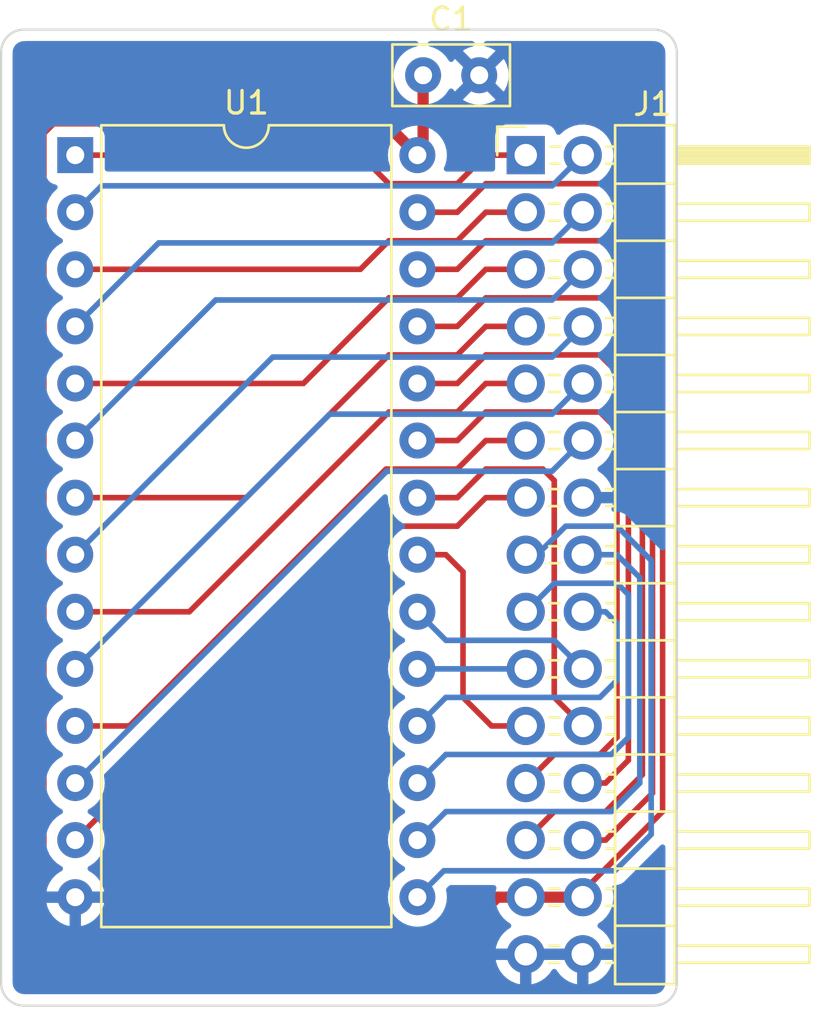
<source format=kicad_pcb>
(kicad_pcb (version 20201116) (generator pcbnew)
  (layers (0 "F.Cu" signal) (31 "B.Cu" signal) (34 "B.Paste" user) (35 "F.Paste" user) (36 "B.SilkS" user "B.Silkscreen") (37 "F.SilkS" user "F.Silkscreen") (38 "B.Mask" user) (39 "F.Mask" user) (44 "Edge.Cuts" user))
  (net 0 "")
  (net 1 "+5V")
  (net 2 "/A13")
  (net 3 "/A8")
  (net 4 "/A9")
  (net 5 "/A11")
  (net 6 "OE")
  (net 7 "/A10")
  (net 8 "CS")
  (net 9 "/D7")
  (net 10 "/D6")
  (net 11 "/D5")
  (net 12 "/D4")
  (net 13 "/D3")
  (net 14 "GND")
  (net 15 "/D2")
  (net 16 "/D1")
  (net 17 "/D0")
  (net 18 "/A0")
  (net 19 "/A1")
  (net 20 "/A2")
  (net 21 "/A3")
  (net 22 "/A4")
  (net 23 "/A5")
  (net 24 "/A6")
  (net 25 "/A7")
  (net 26 "/A12")
  (net 27 "/A14")
  (footprint "Connector_PinHeader_2.54mm:PinHeader_2x15_P2.54mm_Horizontal" (layer "F.Cu") (at 121.92 51.054)
    (fp_text reference "J1" (at 5.655 -2.27) (layer "F.SilkS"))
    (fp_text value "ROM")
    (fp_line (start 3.98 -1.33) (end 3.98 36.89) (layer "F.SilkS") (width 0.12))
    (fp_line (start 6.64 22.48) (end 12.64 22.48) (layer "F.SilkS") (width 0.12))
    (fp_line (start 3.582929 25.78) (end 3.98 25.78) (layer "F.SilkS") (width 0.12))
    (fp_line (start 1.042929 10.54) (end 1.497071 10.54) (layer "F.SilkS") (width 0.12))
    (fp_line (start 3.582929 22.48) (end 3.98 22.48) (layer "F.SilkS") (width 0.12))
    (fp_line (start 12.64 20.7) (end 6.64 20.7) (layer "F.SilkS") (width 0.12))
    (fp_line (start 3.582929 32.64) (end 3.98 32.64) (layer "F.SilkS") (width 0.12))
    (fp_line (start 1.042929 20.7) (end 1.497071 20.7) (layer "F.SilkS") (width 0.12))
    (fp_line (start 3.582929 25.02) (end 3.98 25.02) (layer "F.SilkS") (width 0.12))
    (fp_line (start 1.042929 5.46) (end 1.497071 5.46) (layer "F.SilkS") (width 0.12))
    (fp_line (start 1.042929 35.94) (end 1.497071 35.94) (layer "F.SilkS") (width 0.12))
    (fp_line (start 3.98 1.27) (end 6.64 1.27) (layer "F.SilkS") (width 0.12))
    (fp_line (start 3.98 21.59) (end 6.64 21.59) (layer "F.SilkS") (width 0.12))
    (fp_line (start 1.042929 2.92) (end 1.497071 2.92) (layer "F.SilkS") (width 0.12))
    (fp_line (start 12.64 32.64) (end 12.64 33.4) (layer "F.SilkS") (width 0.12))
    (fp_line (start 12.64 30.86) (end 6.64 30.86) (layer "F.SilkS") (width 0.12))
    (fp_line (start 3.98 13.97) (end 6.64 13.97) (layer "F.SilkS") (width 0.12))
    (fp_line (start 12.64 28.32) (end 6.64 28.32) (layer "F.SilkS") (width 0.12))
    (fp_line (start 3.98 16.51) (end 6.64 16.51) (layer "F.SilkS") (width 0.12))
    (fp_line (start 3.582929 28.32) (end 3.98 28.32) (layer "F.SilkS") (width 0.12))
    (fp_line (start 3.582929 9.78) (end 3.98 9.78) (layer "F.SilkS") (width 0.12))
    (fp_line (start 6.64 0.28) (end 12.64 0.28) (layer "F.SilkS") (width 0.12))
    (fp_line (start 6.64 32.64) (end 12.64 32.64) (layer "F.SilkS") (width 0.12))
    (fp_line (start -1.27 -1.27) (end 0 -1.27) (layer "F.SilkS") (width 0.12))
    (fp_line (start 1.042929 2.16) (end 1.497071 2.16) (layer "F.SilkS") (width 0.12))
    (fp_line (start 6.64 -1.33) (end 3.98 -1.33) (layer "F.SilkS") (width 0.12))
    (fp_line (start 3.582929 0.38) (end 3.98 0.38) (layer "F.SilkS") (width 0.12))
    (fp_line (start 3.582929 19.94) (end 3.98 19.94) (layer "F.SilkS") (width 0.12))
    (fp_line (start 1.042929 17.4) (end 1.497071 17.4) (layer "F.SilkS") (width 0.12))
    (fp_line (start 1.042929 23.24) (end 1.497071 23.24) (layer "F.SilkS") (width 0.12))
    (fp_line (start 1.042929 19.94) (end 1.497071 19.94) (layer "F.SilkS") (width 0.12))
    (fp_line (start 1.042929 30.86) (end 1.497071 30.86) (layer "F.SilkS") (width 0.12))
    (fp_line (start 1.042929 12.32) (end 1.497071 12.32) (layer "F.SilkS") (width 0.12))
    (fp_line (start 12.64 27.56) (end 12.64 28.32) (layer "F.SilkS") (width 0.12))
    (fp_line (start 12.64 17.4) (end 12.64 18.16) (layer "F.SilkS") (width 0.12))
    (fp_line (start 3.582929 30.86) (end 3.98 30.86) (layer "F.SilkS") (width 0.12))
    (fp_line (start 1.042929 25.78) (end 1.497071 25.78) (layer "F.SilkS") (width 0.12))
    (fp_line (start 6.64 9.78) (end 12.64 9.78) (layer "F.SilkS") (width 0.12))
    (fp_line (start 1.11 -0.38) (end 1.497071 -0.38) (layer "F.SilkS") (width 0.12))
    (fp_line (start 1.042929 7.24) (end 1.497071 7.24) (layer "F.SilkS") (width 0.12))
    (fp_line (start 6.64 36.89) (end 6.64 -1.33) (layer "F.SilkS") (width 0.12))
    (fp_line (start 3.98 36.89) (end 6.64 36.89) (layer "F.SilkS") (width 0.12))
    (fp_line (start 12.64 25.02) (end 12.64 25.78) (layer "F.SilkS") (width 0.12))
    (fp_line (start 6.64 12.32) (end 12.64 12.32) (layer "F.SilkS") (width 0.12))
    (fp_line (start 12.64 14.86) (end 12.64 15.62) (layer "F.SilkS") (width 0.12))
    (fp_line (start 12.64 13.08) (end 6.64 13.08) (layer "F.SilkS") (width 0.12))
    (fp_line (start 3.582929 -0.38) (end 3.98 -0.38) (layer "F.SilkS") (width 0.12))
    (fp_line (start 12.64 25.78) (end 6.64 25.78) (layer "F.SilkS") (width 0.12))
    (fp_line (start 6.64 19.94) (end 12.64 19.94) (layer "F.SilkS") (width 0.12))
    (fp_line (start 12.64 5.46) (end 6.64 5.46) (layer "F.SilkS") (width 0.12))
    (fp_line (start 1.042929 30.1) (end 1.497071 30.1) (layer "F.SilkS") (width 0.12))
    (fp_line (start 3.582929 8) (end 3.98 8) (layer "F.SilkS") (width 0.12))
    (fp_line (start 6.64 14.86) (end 12.64 14.86) (layer "F.SilkS") (width 0.12))
    (fp_line (start 1.042929 28.32) (end 1.497071 28.32) (layer "F.SilkS") (width 0.12))
    (fp_line (start 12.64 7.24) (end 12.64 8) (layer "F.SilkS") (width 0.12))
    (fp_line (start 12.64 18.16) (end 6.64 18.16) (layer "F.SilkS") (width 0.12))
    (fp_line (start 3.98 31.75) (end 6.64 31.75) (layer "F.SilkS") (width 0.12))
    (fp_line (start 6.64 0.16) (end 12.64 0.16) (layer "F.SilkS") (width 0.12))
    (fp_line (start 1.042929 33.4) (end 1.497071 33.4) (layer "F.SilkS") (width 0.12))
    (fp_line (start 3.582929 7.24) (end 3.98 7.24) (layer "F.SilkS") (width 0.12))
    (fp_line (start 3.582929 18.16) (end 3.98 18.16) (layer "F.SilkS") (width 0.12))
    (fp_line (start 3.98 26.67) (end 6.64 26.67) (layer "F.SilkS") (width 0.12))
    (fp_line (start 6.64 -0.2) (end 12.64 -0.2) (layer "F.SilkS") (width 0.12))
    (fp_line (start 1.042929 18.16) (end 1.497071 18.16) (layer "F.SilkS") (width 0.12))
    (fp_line (start 3.98 19.05) (end 6.64 19.05) (layer "F.SilkS") (width 0.12))
    (fp_line (start 1.042929 32.64) (end 1.497071 32.64) (layer "F.SilkS") (width 0.12))
    (fp_line (start 6.64 -0.38) (end 12.64 -0.38) (layer "F.SilkS") (width 0.12))
    (fp_line (start 1.042929 9.78) (end 1.497071 9.78) (layer "F.SilkS") (width 0.12))
    (fp_line (start -1.27 0) (end -1.27 -1.27) (layer "F.SilkS") (width 0.12))
    (fp_line (start 3.98 24.13) (end 6.64 24.13) (layer "F.SilkS") (width 0.12))
    (fp_line (start 12.64 10.54) (end 6.64 10.54) (layer "F.SilkS") (width 0.12))
    (fp_line (start 1.042929 27.56) (end 1.497071 27.56) (layer "F.SilkS") (width 0.12))
    (fp_line (start 1.042929 35.18) (end 1.497071 35.18) (layer "F.SilkS") (width 0.12))
    (fp_line (start 12.64 9.78) (end 12.64 10.54) (layer "F.SilkS") (width 0.12))
    (fp_line (start 3.98 6.35) (end 6.64 6.35) (layer "F.SilkS") (width 0.12))
    (fp_line (start 3.582929 15.62) (end 3.98 15.62) (layer "F.SilkS") (width 0.12))
    (fp_line (start 12.64 22.48) (end 12.64 23.24) (layer "F.SilkS") (width 0.12))
    (fp_line (start 3.98 8.89) (end 6.64 8.89) (layer "F.SilkS") (width 0.12))
    (fp_line (start 3.582929 4.7) (end 3.98 4.7) (layer "F.SilkS") (width 0.12))
    (fp_line (start 3.582929 23.24) (end 3.98 23.24) (layer "F.SilkS") (width 0.12))
    (fp_line (start 1.042929 25.02) (end 1.497071 25.02) (layer "F.SilkS") (width 0.12))
    (fp_line (start 6.64 17.4) (end 12.64 17.4) (layer "F.SilkS") (width 0.12))
    (fp_line (start 3.582929 27.56) (end 3.98 27.56) (layer "F.SilkS") (width 0.12))
    (fp_line (start 6.64 -0.32) (end 12.64 -0.32) (layer "F.SilkS") (width 0.12))
    (fp_line (start 1.042929 15.62) (end 1.497071 15.62) (layer "F.SilkS") (width 0.12))
    (fp_line (start 3.582929 2.92) (end 3.98 2.92) (layer "F.SilkS") (width 0.12))
    (fp_line (start 12.64 2.16) (end 12.64 2.92) (layer "F.SilkS") (width 0.12))
    (fp_line (start 3.98 11.43) (end 6.64 11.43) (layer "F.SilkS") (width 0.12))
    (fp_line (start 1.11 0.38) (end 1.497071 0.38) (layer "F.SilkS") (width 0.12))
    (fp_line (start 6.64 4.7) (end 12.64 4.7) (layer "F.SilkS") (width 0.12))
    (fp_line (start 12.64 2.92) (end 6.64 2.92) (layer "F.SilkS") (width 0.12))
    (fp_line (start 6.64 27.56) (end 12.64 27.56) (layer "F.SilkS") (width 0.12))
    (fp_line (start 3.582929 5.46) (end 3.98 5.46) (layer "F.SilkS") (width 0.12))
    (fp_line (start 3.582929 33.4) (end 3.98 33.4) (layer "F.SilkS") (width 0.12))
    (fp_line (start 1.042929 22.48) (end 1.497071 22.48) (layer "F.SilkS") (width 0.12))
    (fp_line (start 12.64 35.18) (end 12.64 35.94) (layer "F.SilkS") (width 0.12))
    (fp_line (start 12.64 -0.38) (end 12.64 0.38) (layer "F.SilkS") (width 0.12))
    (fp_line (start 6.64 7.24) (end 12.64 7.24) (layer "F.SilkS") (width 0.12))
    (fp_line (start 3.582929 20.7) (end 3.98 20.7) (layer "F.SilkS") (width 0.12))
    (fp_line (start 6.64 2.16) (end 12.64 2.16) (layer "F.SilkS") (width 0.12))
    (fp_line (start 6.64 35.18) (end 12.64 35.18) (layer "F.SilkS") (width 0.12))
    (fp_line (start 12.64 8) (end 6.64 8) (layer "F.SilkS") (width 0.12))
    (fp_line (start 3.582929 14.86) (end 3.98 14.86) (layer "F.SilkS") (width 0.12))
    (fp_line (start 3.582929 35.18) (end 3.98 35.18) (layer "F.SilkS") (width 0.12))
    (fp_line (start 3.582929 10.54) (end 3.98 10.54) (layer "F.SilkS") (width 0.12))
    (fp_line (start 3.582929 12.32) (end 3.98 12.32) (layer "F.SilkS") (width 0.12))
    (fp_line (start 3.582929 30.1) (end 3.98 30.1) (layer "F.SilkS") (width 0.12))
    (fp_line (start 12.64 33.4) (end 6.64 33.4) (layer "F.SilkS") (width 0.12))
    (fp_line (start 12.64 19.94) (end 12.64 20.7) (layer "F.SilkS") (width 0.12))
    (fp_line (start 1.042929 13.08) (end 1.497071 13.08) (layer "F.SilkS") (width 0.12))
    (fp_line (start 3.582929 17.4) (end 3.98 17.4) (layer "F.SilkS") (width 0.12))
    (fp_line (start 3.582929 35.94) (end 3.98 35.94) (layer "F.SilkS") (width 0.12))
    (fp_line (start 12.64 23.24) (end 6.64 23.24) (layer "F.SilkS") (width 0.12))
    (fp_line (start 12.64 30.1) (end 12.64 30.86) (layer "F.SilkS") (width 0.12))
    (fp_line (start 3.98 29.21) (end 6.64 29.21) (layer "F.SilkS") (width 0.12))
    (fp_line (start 6.64 25.02) (end 12.64 25.02) (layer "F.SilkS") (width 0.12))
    (fp_line (start 12.64 35.94) (end 6.64 35.94) (layer "F.SilkS") (width 0.12))
    (fp_line (start 3.98 3.81) (end 6.64 3.81) (layer "F.SilkS") (width 0.12))
    (fp_line (start 1.042929 8) (end 1.497071 8) (layer "F.SilkS") (width 0.12))
    (fp_line (start 1.042929 14.86) (end 1.497071 14.86) (layer "F.SilkS") (width 0.12))
    (fp_line (start 6.64 0.04) (end 12.64 0.04) (layer "F.SilkS") (width 0.12))
    (fp_line (start 12.64 12.32) (end 12.64 13.08) (layer "F.SilkS") (width 0.12))
    (fp_line (start 3.582929 13.08) (end 3.98 13.08) (layer "F.SilkS") (width 0.12))
    (fp_line (start 6.64 30.1) (end 12.64 30.1) (layer "F.SilkS") (width 0.12))
    (fp_line (start 3.98 34.29) (end 6.64 34.29) (layer "F.SilkS") (width 0.12))
    (fp_line (start 3.582929 2.16) (end 3.98 2.16) (layer "F.SilkS") (width 0.12))
    (fp_line (start 12.64 15.62) (end 6.64 15.62) (layer "F.SilkS") (width 0.12))
    (fp_line (start 1.042929 4.7) (end 1.497071 4.7) (layer "F.SilkS") (width 0.12))
    (fp_line (start 12.64 4.7) (end 12.64 5.46) (layer "F.SilkS") (width 0.12))
    (fp_line (start 12.64 0.38) (end 6.64 0.38) (layer "F.SilkS") (width 0.12))
    (fp_line (start 6.64 -0.08) (end 12.64 -0.08) (layer "F.SilkS") (width 0.12))
    (pad "1" thru_hole rect (at 0 0) (size 1.7 1.7) (drill 1) (layers *.Cu *.Mask) (net 27 "/A14"))
    (pad "2" thru_hole oval (at 2.54 0) (size 1.7 1.7) (drill 1) (layers *.Cu *.Mask) (net 26 "/A12"))
    (pad "3" thru_hole oval (at 0 2.54) (size 1.7 1.7) (drill 1) (layers *.Cu *.Mask) (net 25 "/A7"))
    (pad "4" thru_hole oval (at 2.54 2.54) (size 1.7 1.7) (drill 1) (layers *.Cu *.Mask) (net 24 "/A6"))
    (pad "5" thru_hole oval (at 0 5.08) (size 1.7 1.7) (drill 1) (layers *.Cu *.Mask) (net 23 "/A5"))
    (pad "6" thru_hole oval (at 2.54 5.08) (size 1.7 1.7) (drill 1) (layers *.Cu *.Mask) (net 22 "/A4"))
    (pad "7" thru_hole oval (at 0 7.62) (size 1.7 1.7) (drill 1) (layers *.Cu *.Mask) (net 21 "/A3"))
    (pad "8" thru_hole oval (at 2.54 7.62) (size 1.7 1.7) (drill 1) (layers *.Cu *.Mask) (net 20 "/A2"))
    (pad "9" thru_hole oval (at 0 10.16) (size 1.7 1.7) (drill 1) (layers *.Cu *.Mask) (net 19 "/A1"))
    (pad "10" thru_hole oval (at 2.54 10.16) (size 1.7 1.7) (drill 1) (layers *.Cu *.Mask) (net 18 "/A0"))
    (pad "11" thru_hole oval (at 0 12.7) (size 1.7 1.7) (drill 1) (layers *.Cu *.Mask) (net 17 "/D0"))
    (pad "12" thru_hole oval (at 2.54 12.7) (size 1.7 1.7) (drill 1) (layers *.Cu *.Mask) (net 16 "/D1"))
    (pad "13" thru_hole oval (at 0 15.24) (size 1.7 1.7) (drill 1) (layers *.Cu *.Mask) (net 15 "/D2"))
    (pad "14" thru_hole oval (at 2.54 15.24) (size 1.7 1.7) (drill 1) (layers *.Cu *.Mask) (net 14 "GND"))
    (pad "15" thru_hole oval (at 0 17.78) (size 1.7 1.7) (drill 1) (layers *.Cu *.Mask) (net 13 "/D3"))
    (pad "16" thru_hole oval (at 2.54 17.78) (size 1.7 1.7) (drill 1) (layers *.Cu *.Mask) (net 12 "/D4"))
    (pad "17" thru_hole oval (at 0 20.32) (size 1.7 1.7) (drill 1) (layers *.Cu *.Mask) (net 11 "/D5"))
    (pad "18" thru_hole oval (at 2.54 20.32) (size 1.7 1.7) (drill 1) (layers *.Cu *.Mask) (net 10 "/D6"))
    (pad "19" thru_hole oval (at 0 22.86) (size 1.7 1.7) (drill 1) (layers *.Cu *.Mask) (net 9 "/D7"))
    (pad "20" thru_hole oval (at 2.54 22.86) (size 1.7 1.7) (drill 1) (layers *.Cu *.Mask) (net 8 "CS"))
    (pad "21" thru_hole oval (at 0 25.4) (size 1.7 1.7) (drill 1) (layers *.Cu *.Mask) (net 7 "/A10"))
    (pad "22" thru_hole oval (at 2.54 25.4) (size 1.7 1.7) (drill 1) (layers *.Cu *.Mask) (net 6 "OE"))
    (pad "23" thru_hole oval (at 0 27.94) (size 1.7 1.7) (drill 1) (layers *.Cu *.Mask) (net 5 "/A11"))
    (pad "24" thru_hole oval (at 2.54 27.94) (size 1.7 1.7) (drill 1) (layers *.Cu *.Mask) (net 4 "/A9"))
    (pad "25" thru_hole oval (at 0 30.48) (size 1.7 1.7) (drill 1) (layers *.Cu *.Mask) (net 3 "/A8"))
    (pad "26" thru_hole oval (at 2.54 30.48) (size 1.7 1.7) (drill 1) (layers *.Cu *.Mask) (net 2 "/A13"))
    (pad "27" thru_hole oval (at 0 33.02) (size 1.7 1.7) (drill 1) (layers *.Cu *.Mask) (net 1 "+5V"))
    (pad "28" thru_hole oval (at 2.54 33.02) (size 1.7 1.7) (drill 1) (layers *.Cu *.Mask) (net 1 "+5V"))
    (pad "29" thru_hole oval (at 0 35.56) (size 1.7 1.7) (drill 1) (layers *.Cu *.Mask) (net 14 "GND"))
    (pad "30" thru_hole oval (at 2.54 35.56) (size 1.7 1.7) (drill 1) (layers *.Cu *.Mask) (net 14 "GND"))
  )
  (footprint "Capacitor_THT:C_Disc_D5.0mm_W2.5mm_P2.50mm" (layer "F.Cu") (at 117.348 47.498)
    (fp_text reference "C1" (at 1.25 -2.5) (layer "F.SilkS"))
    (fp_text value "100nF")
    (fp_line (start -1.37 -1.37) (end -1.37 1.37) (layer "F.SilkS") (width 0.12))
    (fp_line (start -1.37 -1.37) (end 3.87 -1.37) (layer "F.SilkS") (width 0.12))
    (fp_line (start 3.87 -1.37) (end 3.87 1.37) (layer "F.SilkS") (width 0.12))
    (fp_line (start -1.37 1.37) (end 3.87 1.37) (layer "F.SilkS") (width 0.12))
    (pad "1" thru_hole circle (at 0 0) (size 1.6 1.6) (drill 0.8) (layers *.Cu *.Mask) (net 1 "+5V"))
    (pad "2" thru_hole circle (at 2.5 0) (size 1.6 1.6) (drill 0.8) (layers *.Cu *.Mask) (net 14 "GND"))
  )
  (footprint "Package_DIP:DIP-28_W15.24mm" (layer "F.Cu") (at 101.854 51.054)
    (fp_text reference "U1" (at 7.62 -2.33) (layer "F.SilkS"))
    (fp_text value "28C256")
    (fp_line (start 14.08 -1.33) (end 8.62 -1.33) (layer "F.SilkS") (width 0.12))
    (fp_line (start 1.16 34.35) (end 14.08 34.35) (layer "F.SilkS") (width 0.12))
    (fp_line (start 1.16 -1.33) (end 1.16 34.35) (layer "F.SilkS") (width 0.12))
    (fp_line (start 6.62 -1.33) (end 1.16 -1.33) (layer "F.SilkS") (width 0.12))
    (fp_line (start 14.08 34.35) (end 14.08 -1.33) (layer "F.SilkS") (width 0.12))
    (fp_arc (start 7.62 -1.33) (end 6.62 -1.33) (angle -180) (layer "F.SilkS") (width 0.12))
    (pad "1" thru_hole rect (at 0 0) (size 1.6 1.6) (drill 0.8) (layers *.Cu *.Mask) (net 27 "/A14"))
    (pad "2" thru_hole oval (at 0 2.54) (size 1.6 1.6) (drill 0.8) (layers *.Cu *.Mask) (net 26 "/A12"))
    (pad "3" thru_hole oval (at 0 5.08) (size 1.6 1.6) (drill 0.8) (layers *.Cu *.Mask) (net 25 "/A7"))
    (pad "4" thru_hole oval (at 0 7.62) (size 1.6 1.6) (drill 0.8) (layers *.Cu *.Mask) (net 24 "/A6"))
    (pad "5" thru_hole oval (at 0 10.16) (size 1.6 1.6) (drill 0.8) (layers *.Cu *.Mask) (net 23 "/A5"))
    (pad "6" thru_hole oval (at 0 12.7) (size 1.6 1.6) (drill 0.8) (layers *.Cu *.Mask) (net 22 "/A4"))
    (pad "7" thru_hole oval (at 0 15.24) (size 1.6 1.6) (drill 0.8) (layers *.Cu *.Mask) (net 21 "/A3"))
    (pad "8" thru_hole oval (at 0 17.78) (size 1.6 1.6) (drill 0.8) (layers *.Cu *.Mask) (net 20 "/A2"))
    (pad "9" thru_hole oval (at 0 20.32) (size 1.6 1.6) (drill 0.8) (layers *.Cu *.Mask) (net 19 "/A1"))
    (pad "10" thru_hole oval (at 0 22.86) (size 1.6 1.6) (drill 0.8) (layers *.Cu *.Mask) (net 18 "/A0"))
    (pad "11" thru_hole oval (at 0 25.4) (size 1.6 1.6) (drill 0.8) (layers *.Cu *.Mask) (net 17 "/D0"))
    (pad "12" thru_hole oval (at 0 27.94) (size 1.6 1.6) (drill 0.8) (layers *.Cu *.Mask) (net 16 "/D1"))
    (pad "13" thru_hole oval (at 0 30.48) (size 1.6 1.6) (drill 0.8) (layers *.Cu *.Mask) (net 15 "/D2"))
    (pad "14" thru_hole oval (at 0 33.02) (size 1.6 1.6) (drill 0.8) (layers *.Cu *.Mask) (net 14 "GND"))
    (pad "15" thru_hole oval (at 15.24 33.02) (size 1.6 1.6) (drill 0.8) (layers *.Cu *.Mask) (net 13 "/D3"))
    (pad "16" thru_hole oval (at 15.24 30.48) (size 1.6 1.6) (drill 0.8) (layers *.Cu *.Mask) (net 12 "/D4"))
    (pad "17" thru_hole oval (at 15.24 27.94) (size 1.6 1.6) (drill 0.8) (layers *.Cu *.Mask) (net 11 "/D5"))
    (pad "18" thru_hole oval (at 15.24 25.4) (size 1.6 1.6) (drill 0.8) (layers *.Cu *.Mask) (net 10 "/D6"))
    (pad "19" thru_hole oval (at 15.24 22.86) (size 1.6 1.6) (drill 0.8) (layers *.Cu *.Mask) (net 9 "/D7"))
    (pad "20" thru_hole oval (at 15.24 20.32) (size 1.6 1.6) (drill 0.8) (layers *.Cu *.Mask) (net 8 "CS"))
    (pad "21" thru_hole oval (at 15.24 17.78) (size 1.6 1.6) (drill 0.8) (layers *.Cu *.Mask) (net 7 "/A10"))
    (pad "22" thru_hole oval (at 15.24 15.24) (size 1.6 1.6) (drill 0.8) (layers *.Cu *.Mask) (net 6 "OE"))
    (pad "23" thru_hole oval (at 15.24 12.7) (size 1.6 1.6) (drill 0.8) (layers *.Cu *.Mask) (net 5 "/A11"))
    (pad "24" thru_hole oval (at 15.24 10.16) (size 1.6 1.6) (drill 0.8) (layers *.Cu *.Mask) (net 4 "/A9"))
    (pad "25" thru_hole oval (at 15.24 7.62) (size 1.6 1.6) (drill 0.8) (layers *.Cu *.Mask) (net 3 "/A8"))
    (pad "26" thru_hole oval (at 15.24 5.08) (size 1.6 1.6) (drill 0.8) (layers *.Cu *.Mask) (net 2 "/A13"))
    (pad "27" thru_hole oval (at 15.24 2.54) (size 1.6 1.6) (drill 0.8) (layers *.Cu *.Mask) (net 1 "+5V"))
    (pad "28" thru_hole oval (at 15.24 0) (size 1.6 1.6) (drill 0.8) (layers *.Cu *.Mask) (net 1 "+5V"))
  )
  (gr_line (start 128.651 46.482) (end 128.651 87.884) (layer "Edge.Cuts") (width 0.1))
  (gr_arc (start 99.568 46.482) (end 99.568 45.466) (angle -90) (layer "Edge.Cuts") (width 0.1))
  (gr_line (start 127.635 88.9) (end 99.568 88.9) (layer "Edge.Cuts") (width 0.1))
  (gr_arc (start 127.635 46.482) (end 128.651 46.482) (angle -90) (layer "Edge.Cuts") (width 0.1))
  (gr_arc (start 127.635 87.884) (end 127.635 88.9) (angle -90) (layer "Edge.Cuts") (width 0.1))
  (gr_arc (start 99.568 87.884) (end 98.552 87.884) (angle -90) (layer "Edge.Cuts") (width 0.1))
  (gr_line (start 99.568 45.466) (end 127.635 45.466) (layer "Edge.Cuts") (width 0.1))
  (gr_line (start 98.552 87.884) (end 98.552 46.482) (layer "Edge.Cuts") (width 0.1))
  (segment (start 100.838 49.53) (end 100.33 50.038) (width 0.5) (layer "F.Cu") (net 1))
  (segment (start 120.65 84.074) (end 121.92 84.074) (width 0.5) (layer "F.Cu") (net 1))
  (segment (start 118.872 53.594) (end 120.142 52.324) (width 0.25) (layer "F.Cu") (net 1))
  (segment (start 127.508 52.324) (end 128.016 52.832) (width 0.25) (layer "F.Cu") (net 1))
  (segment (start 128.016 52.832) (end 128.016 80.264) (width 0.25) (layer "F.Cu") (net 1))
  (segment (start 101.092 85.852) (end 118.872 85.852) (width 0.5) (layer "F.Cu") (net 1))
  (segment (start 115.57 49.53) (end 100.838 49.53) (width 0.5) (layer "F.Cu") (net 1))
  (segment (start 128.016 80.264) (end 127.762 80.518) (width 0.25) (layer "F.Cu") (net 1))
  (segment (start 117.348 47.498) (end 117.348 50.8) (width 0.5) (layer "F.Cu") (net 1))
  (segment (start 100.33 50.038) (end 100.33 85.09) (width 0.5) (layer "F.Cu") (net 1))
  (segment (start 127.762 80.518) (end 125.476 82.804) (width 0.25) (layer "F.Cu") (net 1))
  (segment (start 117.094 51.054) (end 115.57 49.53) (width 0.5) (layer "F.Cu") (net 1))
  (segment (start 124.46 84.074) (end 124.46 83.82) (width 0.25) (layer "F.Cu") (net 1))
  (segment (start 120.142 52.324) (end 127.508 52.324) (width 0.25) (layer "F.Cu") (net 1))
  (segment (start 118.872 85.852) (end 120.65 84.074) (width 0.5) (layer "F.Cu") (net 1))
  (segment (start 100.33 85.09) (end 101.092 85.852) (width 0.5) (layer "F.Cu") (net 1))
  (segment (start 117.348 50.8) (end 117.094 51.054) (width 0.5) (layer "F.Cu") (net 1))
  (segment (start 124.46 84.074) (end 121.92 84.074) (width 0.5) (layer "F.Cu") (net 1))
  (segment (start 124.46 83.82) (end 127.762 80.518) (width 0.25) (layer "F.Cu") (net 1))
  (segment (start 117.094 53.594) (end 118.872 53.594) (width 0.25) (layer "F.Cu") (net 1))
  (segment (start 120.142 54.864) (end 125.984 54.864) (width 0.25) (layer "F.Cu") (net 2))
  (segment (start 125.476 81.534) (end 124.46 81.534) (width 0.25) (layer "F.Cu") (net 2))
  (segment (start 125.984 54.864) (end 127.56599 56.44599) (width 0.25) (layer "F.Cu") (net 2))
  (segment (start 127.56599 56.44599) (end 127.56599 79.44401) (width 0.25) (layer "F.Cu") (net 2))
  (segment (start 127.56599 79.44401) (end 125.476 81.534) (width 0.25) (layer "F.Cu") (net 2))
  (segment (start 117.094 56.134) (end 118.872 56.134) (width 0.25) (layer "F.Cu") (net 2))
  (segment (start 118.872 56.134) (end 120.142 54.864) (width 0.25) (layer "F.Cu") (net 2))
  (segment (start 123.19 80.264) (end 121.92 81.534) (width 0.25) (layer "F.Cu") (net 3))
  (segment (start 120.142 57.404) (end 125.984 57.404) (width 0.25) (layer "F.Cu") (net 3))
  (segment (start 127.11598 58.53598) (end 127.11598 78.62402) (width 0.25) (layer "F.Cu") (net 3))
  (segment (start 125.476 80.264) (end 123.19 80.264) (width 0.25) (layer "F.Cu") (net 3))
  (segment (start 125.984 57.404) (end 127.11598 58.53598) (width 0.25) (layer "F.Cu") (net 3))
  (segment (start 127.11598 78.62402) (end 125.476 80.264) (width 0.25) (layer "F.Cu") (net 3))
  (segment (start 117.094 58.674) (end 118.872 58.674) (width 0.25) (layer "F.Cu") (net 3))
  (segment (start 118.872 58.674) (end 120.142 57.404) (width 0.25) (layer "F.Cu") (net 3))
  (segment (start 125.222 59.944) (end 126.492 61.214) (width 0.25) (layer "F.Cu") (net 4))
  (segment (start 117.094 61.214) (end 118.872 61.214) (width 0.25) (layer "F.Cu") (net 4))
  (segment (start 125.476 78.994) (end 124.46 78.994) (width 0.25) (layer "F.Cu") (net 4))
  (segment (start 120.142 59.944) (end 125.222 59.944) (width 0.25) (layer "F.Cu") (net 4))
  (segment (start 118.872 61.214) (end 120.142 59.944) (width 0.25) (layer "F.Cu") (net 4))
  (segment (start 126.492 61.214) (end 126.492 77.978) (width 0.25) (layer "F.Cu") (net 4))
  (segment (start 126.492 77.978) (end 125.476 78.994) (width 0.25) (layer "F.Cu") (net 4))
  (segment (start 125.984 63.246) (end 125.222 62.484) (width 0.25) (layer "F.Cu") (net 5))
  (segment (start 123.19 77.724) (end 125.222 77.724) (width 0.25) (layer "F.Cu") (net 5))
  (segment (start 125.222 62.484) (end 120.142 62.484) (width 0.25) (layer "F.Cu") (net 5))
  (segment (start 118.872 63.754) (end 117.094 63.754) (width 0.25) (layer "F.Cu") (net 5))
  (segment (start 125.984 76.962) (end 125.984 63.246) (width 0.25) (layer "F.Cu") (net 5))
  (segment (start 121.92 78.994) (end 123.19 77.724) (width 0.25) (layer "F.Cu") (net 5))
  (segment (start 125.222 77.724) (end 125.984 76.962) (width 0.25) (layer "F.Cu") (net 5))
  (segment (start 120.142 62.484) (end 118.872 63.754) (width 0.25) (layer "F.Cu") (net 5))
  (segment (start 123.19 65.532) (end 123.19 75.184) (width 0.25) (layer "F.Cu") (net 6))
  (segment (start 122.682 65.024) (end 123.19 65.532) (width 0.25) (layer "F.Cu") (net 6))
  (segment (start 117.094 66.294) (end 118.872 66.294) (width 0.25) (layer "F.Cu") (net 6))
  (segment (start 120.142 65.024) (end 122.682 65.024) (width 0.25) (layer "F.Cu") (net 6))
  (segment (start 118.872 66.294) (end 120.142 65.024) (width 0.25) (layer "F.Cu") (net 6))
  (segment (start 123.19 75.184) (end 124.46 76.454) (width 0.25) (layer "F.Cu") (net 6))
  (segment (start 117.094 68.834) (end 118.364 68.834) (width 0.25) (layer "F.Cu") (net 7))
  (segment (start 119.126 69.596) (end 119.126 75.184) (width 0.25) (layer "F.Cu") (net 7))
  (segment (start 118.364 68.834) (end 119.126 69.596) (width 0.25) (layer "F.Cu") (net 7))
  (segment (start 119.126 75.184) (end 120.396 76.454) (width 0.25) (layer "F.Cu") (net 7))
  (segment (start 120.396 76.454) (end 121.92 76.454) (width 0.25) (layer "F.Cu") (net 7))
  (segment (start 123.19 72.644) (end 124.46 73.914) (width 0.25) (layer "B.Cu") (net 8))
  (segment (start 118.364 72.644) (end 123.19 72.644) (width 0.25) (layer "B.Cu") (net 8))
  (segment (start 117.094 71.374) (end 118.364 72.644) (width 0.25) (layer "B.Cu") (net 8))
  (segment (start 117.094 73.914) (end 121.92 73.914) (width 0.25) (layer "B.Cu") (net 9))
  (segment (start 125.222 75.184) (end 125.984 74.422) (width 0.25) (layer "B.Cu") (net 10))
  (segment (start 117.094 76.454) (end 118.364 75.184) (width 0.25) (layer "B.Cu") (net 10))
  (segment (start 125.984 74.422) (end 125.984 71.882) (width 0.25) (layer "B.Cu") (net 10))
  (segment (start 125.476 71.374) (end 124.46 71.374) (width 0.25) (layer "B.Cu") (net 10))
  (segment (start 118.364 75.184) (end 125.222 75.184) (width 0.25) (layer "B.Cu") (net 10))
  (segment (start 125.984 71.882) (end 125.476 71.374) (width 0.25) (layer "B.Cu") (net 10))
  (segment (start 118.364 77.724) (end 125.73 77.724) (width 0.25) (layer "B.Cu") (net 11))
  (segment (start 125.73 77.724) (end 126.492 76.962) (width 0.25) (layer "B.Cu") (net 11))
  (segment (start 126.492 76.962) (end 126.492 70.612) (width 0.25) (layer "B.Cu") (net 11))
  (segment (start 125.984 70.104) (end 123.19 70.104) (width 0.25) (layer "B.Cu") (net 11))
  (segment (start 117.094 78.994) (end 118.364 77.724) (width 0.25) (layer "B.Cu") (net 11))
  (segment (start 126.492 70.612) (end 125.984 70.104) (width 0.25) (layer "B.Cu") (net 11))
  (segment (start 123.19 70.104) (end 121.92 71.374) (width 0.25) (layer "B.Cu") (net 11))
  (segment (start 118.364 80.264) (end 125.73 80.264) (width 0.25) (layer "B.Cu") (net 12))
  (segment (start 125.984 68.834) (end 124.46 68.834) (width 0.25) (layer "B.Cu") (net 12))
  (segment (start 117.094 81.534) (end 118.364 80.264) (width 0.25) (layer "B.Cu") (net 12))
  (segment (start 127 69.85) (end 125.984 68.834) (width 0.25) (layer "B.Cu") (net 12))
  (segment (start 127 78.994) (end 127 69.85) (width 0.25) (layer "B.Cu") (net 12))
  (segment (start 125.73 80.264) (end 127 78.994) (width 0.25) (layer "B.Cu") (net 12))
  (segment (start 125.984 67.564) (end 127.508 69.088) (width 0.25) (layer "B.Cu") (net 13))
  (segment (start 125.889001 82.898999) (end 118.269001 82.898999) (width 0.25) (layer "B.Cu") (net 13))
  (segment (start 127.508 69.088) (end 127.508 81.28) (width 0.25) (layer "B.Cu") (net 13))
  (segment (start 122.428 68.834) (end 123.698 67.564) (width 0.25) (layer "B.Cu") (net 13))
  (segment (start 127.508 81.28) (end 125.889001 82.898999) (width 0.25) (layer "B.Cu") (net 13))
  (segment (start 121.92 68.834) (end 122.428 68.834) (width 0.25) (layer "B.Cu") (net 13))
  (segment (start 118.269001 82.898999) (end 117.094 84.074) (width 0.25) (layer "B.Cu") (net 13))
  (segment (start 123.698 67.564) (end 125.984 67.564) (width 0.25) (layer "B.Cu") (net 13))
  (segment (start 124.46 66.294) (end 123.952 66.294) (width 0.25) (layer "B.Cu") (net 14))
  (segment (start 118.872 67.564) (end 115.824 67.564) (width 0.25) (layer "F.Cu") (net 15))
  (segment (start 115.824 67.564) (end 101.854 81.534) (width 0.25) (layer "F.Cu") (net 15))
  (segment (start 121.92 66.294) (end 120.142 66.294) (width 0.25) (layer "F.Cu") (net 15))
  (segment (start 120.142 66.294) (end 118.872 67.564) (width 0.25) (layer "F.Cu") (net 15))
  (segment (start 124.46 63.754) (end 123.095001 65.118999) (width 0.25) (layer "B.Cu") (net 16))
  (segment (start 115.729001 65.118999) (end 101.854 78.994) (width 0.25) (layer "B.Cu") (net 16))
  (segment (start 123.095001 65.118999) (end 115.729001 65.118999) (width 0.25) (layer "B.Cu") (net 16))
  (segment (start 121.92 63.754) (end 120.142 63.754) (width 0.25) (layer "F.Cu") (net 17))
  (segment (start 115.697 65.024) (end 104.267 76.454) (width 0.25) (layer "F.Cu") (net 17))
  (segment (start 120.142 63.754) (end 118.872 65.024) (width 0.25) (layer "F.Cu") (net 17))
  (segment (start 118.872 65.024) (end 115.697 65.024) (width 0.25) (layer "F.Cu") (net 17))
  (segment (start 104.267 76.454) (end 101.854 76.454) (width 0.25) (layer "F.Cu") (net 17))
  (segment (start 113.189001 62.578999) (end 101.854 73.914) (width 0.25) (layer "B.Cu") (net 18))
  (segment (start 123.095001 62.578999) (end 113.189001 62.578999) (width 0.25) (layer "B.Cu") (net 18))
  (segment (start 124.46 61.214) (end 123.095001 62.578999) (width 0.25) (layer "B.Cu") (net 18))
  (segment (start 106.934 71.374) (end 101.854 71.374) (width 0.25) (layer "F.Cu") (net 19))
  (segment (start 120.142 61.214) (end 118.872 62.484) (width 0.25) (layer "F.Cu") (net 19))
  (segment (start 118.872 62.484) (end 115.824 62.484) (width 0.25) (layer "F.Cu") (net 19))
  (segment (start 121.92 61.214) (end 120.142 61.214) (width 0.25) (layer "F.Cu") (net 19))
  (segment (start 115.824 62.484) (end 106.934 71.374) (width 0.25) (layer "F.Cu") (net 19))
  (segment (start 124.46 58.674) (end 123.095001 60.038999) (width 0.25) (layer "B.Cu") (net 20))
  (segment (start 123.095001 60.038999) (end 110.649001 60.038999) (width 0.25) (layer "B.Cu") (net 20))
  (segment (start 110.649001 60.038999) (end 101.854 68.834) (width 0.25) (layer "B.Cu") (net 20))
  (segment (start 109.474 66.294) (end 101.854 66.294) (width 0.25) (layer "F.Cu") (net 21))
  (segment (start 118.872 59.944) (end 115.824 59.944) (width 0.25) (layer "F.Cu") (net 21))
  (segment (start 115.824 59.944) (end 109.474 66.294) (width 0.25) (layer "F.Cu") (net 21))
  (segment (start 121.92 58.674) (end 120.142 58.674) (width 0.25) (layer "F.Cu") (net 21))
  (segment (start 120.142 58.674) (end 118.872 59.944) (width 0.25) (layer "F.Cu") (net 21))
  (segment (start 123.095001 57.498999) (end 108.109001 57.498999) (width 0.25) (layer "B.Cu") (net 22))
  (segment (start 124.46 56.134) (end 123.095001 57.498999) (width 0.25) (layer "B.Cu") (net 22))
  (segment (start 108.109001 57.498999) (end 101.854 63.754) (width 0.25) (layer "B.Cu") (net 22))
  (segment (start 118.872 57.404) (end 115.824 57.404) (width 0.25) (layer "F.Cu") (net 23))
  (segment (start 112.014 61.214) (end 101.854 61.214) (width 0.25) (layer "F.Cu") (net 23))
  (segment (start 121.92 56.134) (end 120.142 56.134) (width 0.25) (layer "F.Cu") (net 23))
  (segment (start 120.142 56.134) (end 118.872 57.404) (width 0.25) (layer "F.Cu") (net 23))
  (segment (start 115.824 57.404) (end 112.014 61.214) (width 0.25) (layer "F.Cu") (net 23))
  (segment (start 124.46 53.594) (end 123.095001 54.958999) (width 0.25) (layer "B.Cu") (net 24))
  (segment (start 105.569001 54.958999) (end 101.854 58.674) (width 0.25) (layer "B.Cu") (net 24))
  (segment (start 123.095001 54.958999) (end 105.569001 54.958999) (width 0.25) (layer "B.Cu") (net 24))
  (segment (start 121.92 53.594) (end 120.142 53.594) (width 0.25) (layer "F.Cu") (net 25))
  (segment (start 118.872 54.864) (end 115.824 54.864) (width 0.25) (layer "F.Cu") (net 25))
  (segment (start 120.142 53.594) (end 118.872 54.864) (width 0.25) (layer "F.Cu") (net 25))
  (segment (start 114.554 56.134) (end 101.854 56.134) (width 0.25) (layer "F.Cu") (net 25))
  (segment (start 115.824 54.864) (end 114.554 56.134) (width 0.25) (layer "F.Cu") (net 25))
  (segment (start 123.095001 52.418999) (end 103.029001 52.418999) (width 0.25) (layer "B.Cu") (net 26))
  (segment (start 124.46 51.054) (end 123.095001 52.418999) (width 0.25) (layer "B.Cu") (net 26))
  (segment (start 103.029001 52.418999) (end 101.854 53.594) (width 0.25) (layer "B.Cu") (net 26))
  (segment (start 120.142 51.054) (end 118.872 52.324) (width 0.25) (layer "F.Cu") (net 27))
  (segment (start 115.824 52.324) (end 114.554 51.054) (width 0.25) (layer "F.Cu") (net 27))
  (segment (start 121.92 51.054) (end 120.142 51.054) (width 0.25) (layer "F.Cu") (net 27))
  (segment (start 118.872 52.324) (end 115.824 52.324) (width 0.25) (layer "F.Cu") (net 27))
  (segment (start 114.554 51.054) (end 101.854 51.054) (width 0.25) (layer "F.Cu") (net 27))
  (zone (net 14) (net_name "GND") (layer "B.Cu") (connect_pads (clearance 0.508)) (min_thickness 0.254) (fill yes (thermal_gap 0.508) (thermal_bridge_width 0.508))
    (polygon (pts (xy 128.524 88.9) (xy 98.552 88.9) (xy 98.552 45.466) (xy 128.778 45.466)))
  )
)
</source>
